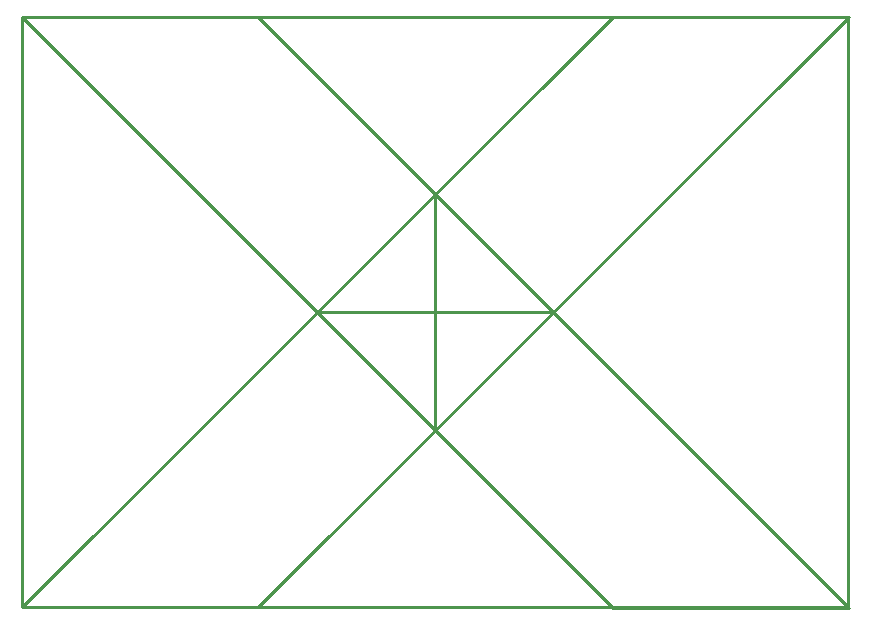
<source format=gm1>
G04*
G04 #@! TF.GenerationSoftware,Altium Limited,Altium Designer,22.0.2 (36)*
G04*
G04 Layer_Color=16711935*
%FSLAX25Y25*%
%MOIN*%
G70*
G04*
G04 #@! TF.SameCoordinates,06193FC8-5D6C-4A92-8117-1C24C744AA4C*
G04*
G04*
G04 #@! TF.FilePolarity,Positive*
G04*
G01*
G75*
%ADD10C,0.01000*%
D10*
X-137675Y-98425D02*
X137675D01*
X-137675Y98425D02*
X137675D01*
Y-98425D02*
Y98425D01*
X-137675Y-98425D02*
Y98425D01*
X-39250Y0D02*
X39250D01*
X0Y-39250D02*
Y39250D01*
X-137675Y98425D02*
X59325Y-98575D01*
X137825D01*
X-137675Y-98425D02*
X59175Y98425D01*
X137825D01*
X-59026Y-98425D02*
X137825Y98425D01*
X-137675Y-98425D02*
X-59026D01*
X-59175Y98425D02*
X137675Y-98425D01*
X-137675Y98425D02*
X-59175D01*
M02*

</source>
